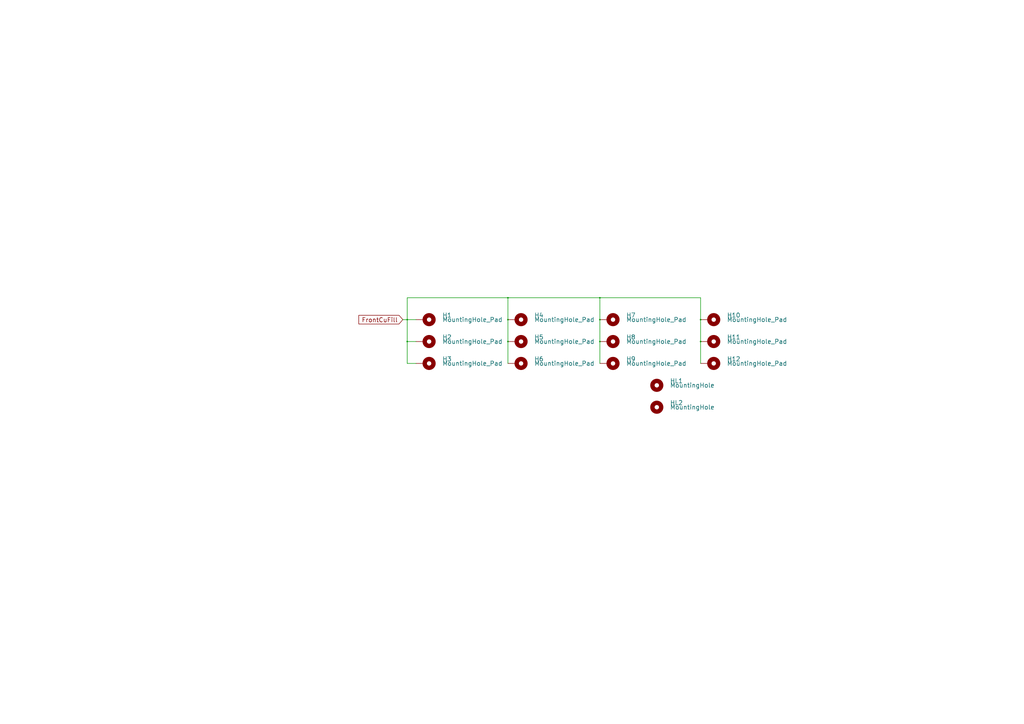
<source format=kicad_sch>
(kicad_sch (version 20200714) (host eeschema "(5.99.0-2536-ga146cd9e2-dirty)")
  (page 1 1)
  (paper "A4")
  (lib_symbols
    (symbol "Mechanical:MountingHole"
      (property "Reference" "H" (at 0 5.08 0))
      (property "Value" "MountingHole" (at 0 3.175 0))
      (symbol "MountingHole_0_1"
        (circle (center 0 0) (radius 1.27) (stroke (width 1.27)))
      )
    )
    (symbol "Mechanical:MountingHole_Pad" (pin_numbers hide) (pin_names hide)
      (property "Reference" "H" (at 0 6.35 0))
      (property "Value" "MountingHole_Pad" (at 0 4.445 0))
      (symbol "MountingHole_Pad_0_1"
        (circle (center 0 1.27) (radius 1.27) (stroke (width 1.27)))
      )
      (symbol "MountingHole_Pad_1_1"
        (pin input line (at 0 -2.54 90) (length 2.54) (name "1") (number "1"))
      )
    )
  )
  (junction (at 118.11 92.71) (diameter 0.3048))
  (junction (at 118.11 99.06) (diameter 0.3048))
  (junction (at 147.32 86.36) (diameter 0.3048))
  (junction (at 147.32 92.71) (diameter 0.3048))
  (junction (at 147.32 99.06) (diameter 0.3048))
  (junction (at 173.99 86.36) (diameter 0.3048))
  (junction (at 173.99 92.71) (diameter 0.3048))
  (junction (at 173.99 99.06) (diameter 0.3048))
  (junction (at 203.2 92.71) (diameter 0.3048))
  (junction (at 203.2 99.06) (diameter 0.3048))
  (wire (pts (xy 116.84 92.71) (xy 118.11 92.71)))
  (wire (pts (xy 118.11 86.36) (xy 147.32 86.36)))
  (wire (pts (xy 118.11 92.71) (xy 118.11 86.36)))
  (wire (pts (xy 118.11 92.71) (xy 120.65 92.71)))
  (wire (pts (xy 118.11 99.06) (xy 118.11 92.71)))
  (wire (pts (xy 118.11 105.41) (xy 118.11 99.06)))
  (wire (pts (xy 120.65 99.06) (xy 118.11 99.06)) (stroke (width 0.1524)))
  (wire (pts (xy 120.65 105.41) (xy 118.11 105.41)))
  (wire (pts (xy 147.32 86.36) (xy 147.32 92.71)))
  (wire (pts (xy 147.32 86.36) (xy 173.99 86.36)))
  (wire (pts (xy 147.32 92.71) (xy 147.32 99.06)))
  (wire (pts (xy 147.32 99.06) (xy 147.32 105.41)))
  (wire (pts (xy 173.99 86.36) (xy 173.99 92.71)))
  (wire (pts (xy 173.99 86.36) (xy 203.2 86.36)))
  (wire (pts (xy 173.99 92.71) (xy 173.99 99.06)))
  (wire (pts (xy 173.99 99.06) (xy 173.99 105.41)))
  (wire (pts (xy 203.2 86.36) (xy 203.2 92.71)))
  (wire (pts (xy 203.2 92.71) (xy 203.2 99.06)))
  (wire (pts (xy 203.2 99.06) (xy 203.2 105.41)))
  (global_label "FrontCuFill" (shape input) (at 116.84 92.71 180))
  (symbol (lib_id "Mechanical:MountingHole") (at 190.5 111.76 0) (unit 1)
    (property "Reference" "HL1" (at 194.31 110.49 0) (effects (justify left)))
    (property "Value" "MountingHole" (at 194.31 111.76 0) (effects (justify left)))
    (property "Footprint" "BostonStreets:boston-streets-thinner-5" (effects hide))
  )
  (symbol (lib_id "Mechanical:MountingHole") (at 190.5 118.11 0) (unit 1)
    (property "Reference" "HL2" (at 194.31 116.84 0) (effects (justify left)))
    (property "Value" "MountingHole" (at 194.31 118.11 0) (effects (justify left)))
    (property "Footprint" "BostonStreets:boston-streets-thinner-5-CU" (effects hide))
  )
  (symbol (lib_id "Mechanical:MountingHole_Pad") (at 123.19 92.71 270) (unit 1)
    (property "Reference" "H1" (at 128.27 91.44 90) (effects (justify left)))
    (property "Value" "MountingHole_Pad" (at 128.27 92.71 90) (effects (justify left)))
    (property "Footprint" "MountingHole:MountingHole_3.2mm_M3_ISO7380_Pad" (effects hide))
  )
  (symbol (lib_id "Mechanical:MountingHole_Pad") (at 123.19 99.06 270) (unit 1)
    (property "Reference" "H2" (at 128.27 97.79 90) (effects (justify left)))
    (property "Value" "MountingHole_Pad" (at 128.27 99.06 90) (effects (justify left)))
    (property "Footprint" "MountingHole:MountingHole_3.2mm_M3_ISO7380_Pad" (effects hide))
  )
  (symbol (lib_id "Mechanical:MountingHole_Pad") (at 123.19 105.41 270) (unit 1)
    (property "Reference" "H3" (at 128.27 104.14 90) (effects (justify left)))
    (property "Value" "MountingHole_Pad" (at 128.27 105.41 90) (effects (justify left)))
    (property "Footprint" "MountingHole:MountingHole_3.2mm_M3_ISO7380_Pad" (effects hide))
  )
  (symbol (lib_id "Mechanical:MountingHole_Pad") (at 149.86 92.71 270) (unit 1)
    (property "Reference" "H4" (at 154.94 91.44 90) (effects (justify left)))
    (property "Value" "MountingHole_Pad" (at 154.94 92.71 90) (effects (justify left)))
    (property "Footprint" "MountingHole:MountingHole_3.2mm_M3_ISO7380_Pad" (effects hide))
  )
  (symbol (lib_id "Mechanical:MountingHole_Pad") (at 149.86 99.06 270) (unit 1)
    (property "Reference" "H5" (at 154.94 97.79 90) (effects (justify left)))
    (property "Value" "MountingHole_Pad" (at 154.94 99.06 90) (effects (justify left)))
    (property "Footprint" "MountingHole:MountingHole_3.2mm_M3_ISO7380_Pad" (effects hide))
  )
  (symbol (lib_id "Mechanical:MountingHole_Pad") (at 149.86 105.41 270) (unit 1)
    (property "Reference" "H6" (at 154.94 104.14 90) (effects (justify left)))
    (property "Value" "MountingHole_Pad" (at 154.94 105.41 90) (effects (justify left)))
    (property "Footprint" "MountingHole:MountingHole_3.2mm_M3_ISO7380_Pad" (effects hide))
  )
  (symbol (lib_id "Mechanical:MountingHole_Pad") (at 176.53 92.71 270) (unit 1)
    (property "Reference" "H7" (at 181.61 91.44 90) (effects (justify left)))
    (property "Value" "MountingHole_Pad" (at 181.61 92.71 90) (effects (justify left)))
    (property "Footprint" "MountingHole:MountingHole_3.2mm_M3_ISO7380_Pad" (effects hide))
  )
  (symbol (lib_id "Mechanical:MountingHole_Pad") (at 176.53 99.06 270) (unit 1)
    (property "Reference" "H8" (at 181.61 97.79 90) (effects (justify left)))
    (property "Value" "MountingHole_Pad" (at 181.61 99.06 90) (effects (justify left)))
    (property "Footprint" "MountingHole:MountingHole_3.2mm_M3_ISO7380_Pad" (effects hide))
  )
  (symbol (lib_id "Mechanical:MountingHole_Pad") (at 176.53 105.41 270) (unit 1)
    (property "Reference" "H9" (at 181.61 104.14 90) (effects (justify left)))
    (property "Value" "MountingHole_Pad" (at 181.61 105.41 90) (effects (justify left)))
    (property "Footprint" "MountingHole:MountingHole_3.2mm_M3_ISO7380_Pad" (effects hide))
  )
  (symbol (lib_id "Mechanical:MountingHole_Pad") (at 205.74 92.71 270) (unit 1)
    (property "Reference" "H10" (at 210.82 91.44 90) (effects (justify left)))
    (property "Value" "MountingHole_Pad" (at 210.82 92.71 90) (effects (justify left)))
    (property "Footprint" "MountingHole:MountingHole_3.2mm_M3_ISO7380_Pad" (effects hide))
  )
  (symbol (lib_id "Mechanical:MountingHole_Pad") (at 205.74 99.06 270) (unit 1)
    (property "Reference" "H11" (at 210.82 97.79 90) (effects (justify left)))
    (property "Value" "MountingHole_Pad" (at 210.82 99.06 90) (effects (justify left)))
    (property "Footprint" "MountingHole:MountingHole_3.2mm_M3_ISO7380_Pad" (effects hide))
  )
  (symbol (lib_id "Mechanical:MountingHole_Pad") (at 205.74 105.41 270) (unit 1)
    (property "Reference" "H12" (at 210.82 104.14 90) (effects (justify left)))
    (property "Value" "MountingHole_Pad" (at 210.82 105.41 90) (effects (justify left)))
    (property "Footprint" "MountingHole:MountingHole_3.2mm_M3_ISO7380_Pad" (effects hide))
  )
)
</source>
